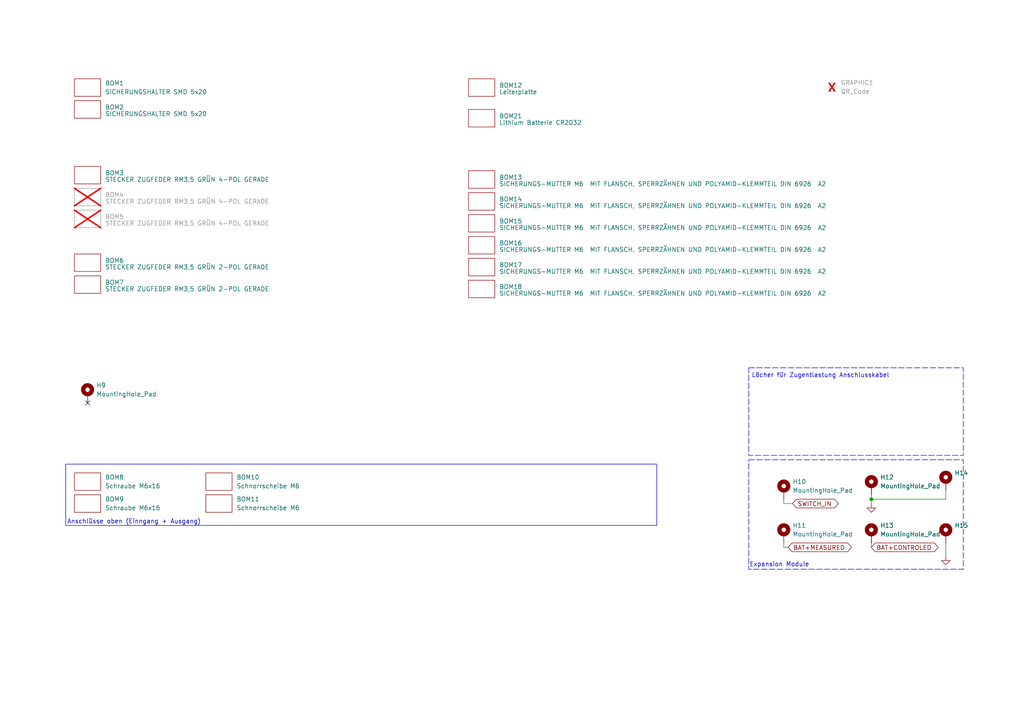
<source format=kicad_sch>
(kicad_sch
	(version 20250114)
	(generator "eeschema")
	(generator_version "9.0")
	(uuid "d2a2d163-13e4-4f1d-aa3d-79667ae6d2fb")
	(paper "A4")
	(lib_symbols
		(symbol "Mechanical:MountingHole_Pad"
			(pin_numbers
				(hide yes)
			)
			(pin_names
				(offset 1.016)
				(hide yes)
			)
			(exclude_from_sim yes)
			(in_bom no)
			(on_board yes)
			(property "Reference" "H"
				(at 0 6.35 0)
				(effects
					(font
						(size 1.27 1.27)
					)
				)
			)
			(property "Value" "MountingHole_Pad"
				(at 0 4.445 0)
				(effects
					(font
						(size 1.27 1.27)
					)
				)
			)
			(property "Footprint" ""
				(at 0 0 0)
				(effects
					(font
						(size 1.27 1.27)
					)
					(hide yes)
				)
			)
			(property "Datasheet" "~"
				(at 0 0 0)
				(effects
					(font
						(size 1.27 1.27)
					)
					(hide yes)
				)
			)
			(property "Description" "Mounting Hole with connection"
				(at 0 0 0)
				(effects
					(font
						(size 1.27 1.27)
					)
					(hide yes)
				)
			)
			(property "ki_keywords" "mounting hole"
				(at 0 0 0)
				(effects
					(font
						(size 1.27 1.27)
					)
					(hide yes)
				)
			)
			(property "ki_fp_filters" "MountingHole*Pad*"
				(at 0 0 0)
				(effects
					(font
						(size 1.27 1.27)
					)
					(hide yes)
				)
			)
			(symbol "MountingHole_Pad_0_1"
				(circle
					(center 0 1.27)
					(radius 1.27)
					(stroke
						(width 1.27)
						(type default)
					)
					(fill
						(type none)
					)
				)
			)
			(symbol "MountingHole_Pad_1_1"
				(pin input line
					(at 0 -2.54 90)
					(length 2.54)
					(name "1"
						(effects
							(font
								(size 1.27 1.27)
							)
						)
					)
					(number "1"
						(effects
							(font
								(size 1.27 1.27)
							)
						)
					)
				)
			)
			(embedded_fonts no)
		)
		(symbol "myBOM_Part:BOM-Part"
			(pin_numbers
				(hide yes)
			)
			(pin_names
				(offset 0)
				(hide yes)
			)
			(exclude_from_sim no)
			(in_bom yes)
			(on_board no)
			(property "Reference" "BOM"
				(at 0 0 0)
				(effects
					(font
						(size 1.27 1.27)
					)
				)
			)
			(property "Value" ""
				(at 0 0 0)
				(effects
					(font
						(size 1.27 1.27)
					)
				)
			)
			(property "Footprint" "myDummy:BOM-Dummy"
				(at 0 0 0)
				(effects
					(font
						(size 1.27 1.27)
					)
					(hide yes)
				)
			)
			(property "Datasheet" ""
				(at 0 0 0)
				(effects
					(font
						(size 1.27 1.27)
					)
					(hide yes)
				)
			)
			(property "Description" ""
				(at 0 0 0)
				(effects
					(font
						(size 1.27 1.27)
					)
					(hide yes)
				)
			)
			(symbol "BOM-Part_0_1"
				(rectangle
					(start -3.81 2.54)
					(end 3.81 -2.54)
					(stroke
						(width 0)
						(type default)
					)
					(fill
						(type none)
					)
				)
			)
			(embedded_fonts no)
		)
		(symbol "myUserSymbol:qrcode"
			(exclude_from_sim no)
			(in_bom yes)
			(on_board yes)
			(property "Reference" "GRAPHIC"
				(at 5.08 1.016 0)
				(effects
					(font
						(size 1.27 1.27)
					)
				)
			)
			(property "Value" "QR_Code"
				(at 5.08 -0.762 0)
				(effects
					(font
						(size 1.27 1.27)
					)
				)
			)
			(property "Footprint" "myQR:qr_PowerPro"
				(at 0 0 0)
				(effects
					(font
						(size 1.27 1.27)
					)
					(hide yes)
				)
			)
			(property "Datasheet" ""
				(at 0 0 0)
				(effects
					(font
						(size 1.27 1.27)
					)
					(hide yes)
				)
			)
			(property "Description" ""
				(at 0 0 0)
				(effects
					(font
						(size 1.27 1.27)
					)
					(hide yes)
				)
			)
			(symbol "qrcode_0_1"
				(rectangle
					(start -0.762 1.27)
					(end 0.762 -1.016)
					(stroke
						(width 0)
						(type default)
					)
					(fill
						(type none)
					)
				)
			)
			(embedded_fonts no)
		)
		(symbol "power:GND"
			(power)
			(pin_numbers
				(hide yes)
			)
			(pin_names
				(offset 0)
				(hide yes)
			)
			(exclude_from_sim no)
			(in_bom yes)
			(on_board yes)
			(property "Reference" "#PWR"
				(at 0 -6.35 0)
				(effects
					(font
						(size 1.27 1.27)
					)
					(hide yes)
				)
			)
			(property "Value" "GND"
				(at 0 -3.81 0)
				(effects
					(font
						(size 1.27 1.27)
					)
				)
			)
			(property "Footprint" ""
				(at 0 0 0)
				(effects
					(font
						(size 1.27 1.27)
					)
					(hide yes)
				)
			)
			(property "Datasheet" ""
				(at 0 0 0)
				(effects
					(font
						(size 1.27 1.27)
					)
					(hide yes)
				)
			)
			(property "Description" "Power symbol creates a global label with name \"GND\" , ground"
				(at 0 0 0)
				(effects
					(font
						(size 1.27 1.27)
					)
					(hide yes)
				)
			)
			(property "ki_keywords" "global power"
				(at 0 0 0)
				(effects
					(font
						(size 1.27 1.27)
					)
					(hide yes)
				)
			)
			(symbol "GND_0_1"
				(polyline
					(pts
						(xy 0 0) (xy 0 -1.27) (xy 1.27 -1.27) (xy 0 -2.54) (xy -1.27 -1.27) (xy 0 -1.27)
					)
					(stroke
						(width 0)
						(type default)
					)
					(fill
						(type none)
					)
				)
			)
			(symbol "GND_1_1"
				(pin power_in line
					(at 0 0 270)
					(length 0)
					(name "~"
						(effects
							(font
								(size 1.27 1.27)
							)
						)
					)
					(number "1"
						(effects
							(font
								(size 1.27 1.27)
							)
						)
					)
				)
			)
			(embedded_fonts no)
		)
	)
	(rectangle
		(start 217.17 133.35)
		(end 279.4 165.1)
		(stroke
			(width 0)
			(type dash)
		)
		(fill
			(type none)
		)
		(uuid 19cbcd4b-2900-44c0-b5eb-e1c8e5fad9b3)
	)
	(rectangle
		(start 19.05 134.62)
		(end 190.5 152.4)
		(stroke
			(width 0)
			(type default)
		)
		(fill
			(type none)
		)
		(uuid 4fc705eb-151b-4c39-b69d-6b073ef0a0af)
	)
	(rectangle
		(start 217.17 106.68)
		(end 279.4 132.08)
		(stroke
			(width 0)
			(type dash)
		)
		(fill
			(type none)
		)
		(uuid 61e250e7-9619-4225-9a96-0ed381a046d7)
	)
	(text "Löcher für Zugentlastung Anschlusskabel"
		(exclude_from_sim no)
		(at 237.998 108.966 0)
		(effects
			(font
				(size 1.27 1.27)
			)
		)
		(uuid "2ae2e78b-53c9-4db3-9d96-5f71fe2ffdd1")
	)
	(text "Expansion Module"
		(exclude_from_sim no)
		(at 226.06 163.83 0)
		(effects
			(font
				(size 1.27 1.27)
			)
		)
		(uuid "6c3b5cdf-4a79-400d-9705-a79c499b5e39")
	)
	(text "Anschlüsse oben (Einngang + Ausgang)"
		(exclude_from_sim no)
		(at 38.862 151.384 0)
		(effects
			(font
				(size 1.27 1.27)
			)
		)
		(uuid "737c89cb-0591-48cb-82c1-b1c9f3ef509b")
	)
	(junction
		(at 252.73 144.78)
		(diameter 0)
		(color 0 0 0 0)
		(uuid "454f0d34-a07e-44b4-8ebc-43cd33c915a1")
	)
	(no_connect
		(at 25.4 116.84)
		(uuid "9245115c-bb1d-4108-a8e3-fbdc234b3f22")
	)
	(wire
		(pts
			(xy 252.73 144.78) (xy 274.32 144.78)
		)
		(stroke
			(width 0)
			(type default)
		)
		(uuid "0078d49e-983c-40c6-b453-eb7277c27513")
	)
	(wire
		(pts
			(xy 252.73 143.51) (xy 252.73 144.78)
		)
		(stroke
			(width 0)
			(type default)
		)
		(uuid "47a48d7d-451b-42ba-a88c-f222fc5bde47")
	)
	(wire
		(pts
			(xy 227.33 158.75) (xy 228.6 158.75)
		)
		(stroke
			(width 0)
			(type default)
		)
		(uuid "4e11d572-97cc-40d8-9dc7-fce15f1c12b0")
	)
	(wire
		(pts
			(xy 274.32 142.24) (xy 274.32 144.78)
		)
		(stroke
			(width 0)
			(type default)
		)
		(uuid "a2a167c2-f9a6-4a80-aa94-493153756674")
	)
	(wire
		(pts
			(xy 252.73 157.48) (xy 252.73 158.75)
		)
		(stroke
			(width 0)
			(type default)
		)
		(uuid "a6e0210b-d913-4b8a-a84c-a3401678e8c3")
	)
	(wire
		(pts
			(xy 227.33 144.78) (xy 227.33 146.05)
		)
		(stroke
			(width 0)
			(type default)
		)
		(uuid "abc2eff4-7019-4ad1-bc0b-dd302e56a76a")
	)
	(wire
		(pts
			(xy 252.73 144.78) (xy 252.73 146.05)
		)
		(stroke
			(width 0)
			(type default)
		)
		(uuid "c7932869-de71-445a-ba61-b190c9886530")
	)
	(wire
		(pts
			(xy 274.32 157.48) (xy 274.32 161.29)
		)
		(stroke
			(width 0)
			(type default)
		)
		(uuid "e536a4b8-e32d-428d-be0f-a83094752d99")
	)
	(wire
		(pts
			(xy 227.33 157.48) (xy 227.33 158.75)
		)
		(stroke
			(width 0)
			(type default)
		)
		(uuid "f56a4b86-d637-4188-b45e-4104e61cf7a1")
	)
	(wire
		(pts
			(xy 227.33 146.05) (xy 229.87 146.05)
		)
		(stroke
			(width 0)
			(type default)
		)
		(uuid "f592cb13-c7a3-425a-b4b8-bf22fa8fb3e7")
	)
	(global_label "SWITCH_IN"
		(shape bidirectional)
		(at 229.87 146.05 0)
		(fields_autoplaced yes)
		(effects
			(font
				(size 1.27 1.27)
			)
			(justify left)
		)
		(uuid "3d6b7ba3-d73a-4b59-bffa-e6c1a2376993")
		(property "Intersheetrefs" "${INTERSHEET_REFS}"
			(at 243.7032 146.05 0)
			(effects
				(font
					(size 1.27 1.27)
				)
				(justify left)
				(hide yes)
			)
		)
	)
	(global_label "BAT+CONTROLED"
		(shape bidirectional)
		(at 252.73 158.75 0)
		(fields_autoplaced yes)
		(effects
			(font
				(size 1.27 1.27)
			)
			(justify left)
		)
		(uuid "5cf974c7-9651-4fbf-9a3e-827d0d665053")
		(property "Intersheetrefs" "${INTERSHEET_REFS}"
			(at 272.6713 158.75 0)
			(effects
				(font
					(size 1.27 1.27)
				)
				(justify left)
				(hide yes)
			)
		)
	)
	(global_label "BAT+MEASURED"
		(shape bidirectional)
		(at 228.6 158.75 0)
		(fields_autoplaced yes)
		(effects
			(font
				(size 1.27 1.27)
			)
			(justify left)
		)
		(uuid "e94b6d2d-eb85-48c6-9f55-c351cd225aaa")
		(property "Intersheetrefs" "${INTERSHEET_REFS}"
			(at 247.5131 158.75 0)
			(effects
				(font
					(size 1.27 1.27)
				)
				(justify left)
				(hide yes)
			)
		)
	)
	(symbol
		(lib_id "myBOM_Part:BOM-Part")
		(at 139.7 83.82 0)
		(unit 1)
		(exclude_from_sim no)
		(in_bom yes)
		(on_board yes)
		(dnp no)
		(fields_autoplaced yes)
		(uuid "07c0d608-d512-420d-87f3-1f9d7547a3f1")
		(property "Reference" "BOM18"
			(at 144.78 83.1849 0)
			(effects
				(font
					(size 1.27 1.27)
				)
				(justify left)
			)
		)
		(property "Value" "SICHERUNGS-MUTTER M6  MIT FLANSCH, SPERRZÄHNEN UND POLYAMID-KLEMMTEIL DIN 6926  A2"
			(at 144.78 85.09 0)
			(effects
				(font
					(size 1.27 1.27)
				)
				(justify left)
			)
		)
		(property "Footprint" "myBOM:BOM_PART_2x2mm"
			(at 139.7 83.82 0)
			(effects
				(font
					(size 1.27 1.27)
				)
				(hide yes)
			)
		)
		(property "Datasheet" ""
			(at 139.7 83.82 0)
			(effects
				(font
					(size 1.27 1.27)
				)
				(hide yes)
			)
		)
		(property "Description" "SICHERUNGS-MUTTER M6  MIT FLANSCH, SPERRZÄHNEN UND POLYAMID-KLEMMTEIL DIN 6926  A2"
			(at 139.7 83.82 0)
			(effects
				(font
					(size 1.27 1.27)
				)
				(hide yes)
			)
		)
		(property "ECS Art#" "M601"
			(at 139.7 83.82 0)
			(effects
				(font
					(size 1.27 1.27)
				)
				(hide yes)
			)
		)
		(property "HAN" "UNBEKANNT/VERSCHIEDEN"
			(at 139.7 83.82 0)
			(effects
				(font
					(size 1.27 1.27)
				)
				(hide yes)
			)
		)
		(property "Voltage" ""
			(at 139.7 83.82 0)
			(effects
				(font
					(size 1.27 1.27)
				)
				(hide yes)
			)
		)
		(property "Toleranz" ""
			(at 139.7 83.82 0)
			(effects
				(font
					(size 1.27 1.27)
				)
				(hide yes)
			)
		)
		(property "Hersteller" "UNBEKANNT/VERSCHIEDEN"
			(at 139.7 83.82 0)
			(effects
				(font
					(size 1.27 1.27)
				)
				(hide yes)
			)
		)
		(instances
			(project "smartPro"
				(path "/bf1f8167-8e29-49cc-a467-dd9cc2c77246/4875905e-d35e-4049-a6aa-c7869d81fd32"
					(reference "BOM18")
					(unit 1)
				)
			)
		)
	)
	(symbol
		(lib_id "Mechanical:MountingHole_Pad")
		(at 252.73 154.94 0)
		(unit 1)
		(exclude_from_sim yes)
		(in_bom no)
		(on_board yes)
		(dnp no)
		(fields_autoplaced yes)
		(uuid "2502056f-8c4a-4ddd-993b-3ef96ce9a768")
		(property "Reference" "H13"
			(at 255.27 152.3999 0)
			(effects
				(font
					(size 1.27 1.27)
				)
				(justify left)
			)
		)
		(property "Value" "MountingHole_Pad"
			(at 255.27 154.9399 0)
			(effects
				(font
					(size 1.27 1.27)
				)
				(justify left)
			)
		)
		(property "Footprint" "MountingHole:MountingHole_3.2mm_M3_DIN965_Pad"
			(at 252.73 154.94 0)
			(effects
				(font
					(size 1.27 1.27)
				)
				(hide yes)
			)
		)
		(property "Datasheet" "~"
			(at 252.73 154.94 0)
			(effects
				(font
					(size 1.27 1.27)
				)
				(hide yes)
			)
		)
		(property "Description" "Mounting Hole with connection"
			(at 252.73 154.94 0)
			(effects
				(font
					(size 1.27 1.27)
				)
				(hide yes)
			)
		)
		(pin "1"
			(uuid "9d30b5b2-c1c1-4513-9a90-ed04021f002d")
		)
		(instances
			(project "smartPro"
				(path "/bf1f8167-8e29-49cc-a467-dd9cc2c77246/4875905e-d35e-4049-a6aa-c7869d81fd32"
					(reference "H13")
					(unit 1)
				)
			)
		)
	)
	(symbol
		(lib_id "myBOM_Part:BOM-Part")
		(at 63.5 139.7 0)
		(unit 1)
		(exclude_from_sim no)
		(in_bom yes)
		(on_board yes)
		(dnp no)
		(fields_autoplaced yes)
		(uuid "32477daf-5902-4d7c-bccf-cfd7a440cadd")
		(property "Reference" "BOM10"
			(at 68.58 138.4299 0)
			(effects
				(font
					(size 1.27 1.27)
				)
				(justify left)
			)
		)
		(property "Value" "Schnorrscheibe M6"
			(at 68.58 140.9699 0)
			(effects
				(font
					(size 1.27 1.27)
				)
				(justify left)
			)
		)
		(property "Footprint" "myBOM:BOM_PART_2x2mm"
			(at 63.5 139.7 0)
			(effects
				(font
					(size 1.27 1.27)
				)
				(hide yes)
			)
		)
		(property "Datasheet" ""
			(at 63.5 139.7 0)
			(effects
				(font
					(size 1.27 1.27)
				)
				(hide yes)
			)
		)
		(property "Description" "SCHNORR SICHERUNGSSCHEIBEN FORM S (Standard) S6 A2"
			(at 63.5 139.7 0)
			(effects
				(font
					(size 1.27 1.27)
				)
				(hide yes)
			)
		)
		(property "HAN" "417 900"
			(at 63.5 139.7 0)
			(effects
				(font
					(size 1.27 1.27)
				)
				(hide yes)
			)
		)
		(property "ECS Art#" "M414"
			(at 63.5 139.7 0)
			(effects
				(font
					(size 1.27 1.27)
				)
				(hide yes)
			)
		)
		(property "Hersteller" "Schnorr"
			(at 63.5 139.7 0)
			(effects
				(font
					(size 1.27 1.27)
				)
				(hide yes)
			)
		)
		(property "Voltage" ""
			(at 63.5 139.7 0)
			(effects
				(font
					(size 1.27 1.27)
				)
				(hide yes)
			)
		)
		(property "Toleranz" ""
			(at 63.5 139.7 0)
			(effects
				(font
					(size 1.27 1.27)
				)
				(hide yes)
			)
		)
		(instances
			(project "smartPro"
				(path "/bf1f8167-8e29-49cc-a467-dd9cc2c77246/4875905e-d35e-4049-a6aa-c7869d81fd32"
					(reference "BOM10")
					(unit 1)
				)
			)
		)
	)
	(symbol
		(lib_id "myBOM_Part:BOM-Part")
		(at 139.7 64.77 0)
		(unit 1)
		(exclude_from_sim no)
		(in_bom yes)
		(on_board yes)
		(dnp no)
		(fields_autoplaced yes)
		(uuid "34200ca7-24e4-4c21-baf7-9aa64778258b")
		(property "Reference" "BOM15"
			(at 144.78 64.1349 0)
			(effects
				(font
					(size 1.27 1.27)
				)
				(justify left)
			)
		)
		(property "Value" "SICHERUNGS-MUTTER M6  MIT FLANSCH, SPERRZÄHNEN UND POLYAMID-KLEMMTEIL DIN 6926  A2"
			(at 144.78 66.04 0)
			(effects
				(font
					(size 1.27 1.27)
				)
				(justify left)
			)
		)
		(property "Footprint" "myBOM:BOM_PART_2x2mm"
			(at 139.7 64.77 0)
			(effects
				(font
					(size 1.27 1.27)
				)
				(hide yes)
			)
		)
		(property "Datasheet" ""
			(at 139.7 64.77 0)
			(effects
				(font
					(size 1.27 1.27)
				)
				(hide yes)
			)
		)
		(property "Description" "SICHERUNGS-MUTTER M6  MIT FLANSCH, SPERRZÄHNEN UND POLYAMID-KLEMMTEIL DIN 6926  A2"
			(at 139.7 64.77 0)
			(effects
				(font
					(size 1.27 1.27)
				)
				(hide yes)
			)
		)
		(property "ECS Art#" "M601"
			(at 139.7 64.77 0)
			(effects
				(font
					(size 1.27 1.27)
				)
				(hide yes)
			)
		)
		(property "HAN" "UNBEKANNT/VERSCHIEDEN"
			(at 139.7 64.77 0)
			(effects
				(font
					(size 1.27 1.27)
				)
				(hide yes)
			)
		)
		(property "Voltage" ""
			(at 139.7 64.77 0)
			(effects
				(font
					(size 1.27 1.27)
				)
				(hide yes)
			)
		)
		(property "Toleranz" ""
			(at 139.7 64.77 0)
			(effects
				(font
					(size 1.27 1.27)
				)
				(hide yes)
			)
		)
		(property "Hersteller" "UNBEKANNT/VERSCHIEDEN"
			(at 139.7 64.77 0)
			(effects
				(font
					(size 1.27 1.27)
				)
				(hide yes)
			)
		)
		(instances
			(project "smartPro"
				(path "/bf1f8167-8e29-49cc-a467-dd9cc2c77246/4875905e-d35e-4049-a6aa-c7869d81fd32"
					(reference "BOM15")
					(unit 1)
				)
			)
		)
	)
	(symbol
		(lib_id "myBOM_Part:BOM-Part")
		(at 25.4 50.8 0)
		(unit 1)
		(exclude_from_sim no)
		(in_bom yes)
		(on_board yes)
		(dnp no)
		(fields_autoplaced yes)
		(uuid "3b1edae6-9a49-468b-9575-917881cfa914")
		(property "Reference" "BOM3"
			(at 30.48 50.1649 0)
			(effects
				(font
					(size 1.27 1.27)
				)
				(justify left)
			)
		)
		(property "Value" "STECKER ZUGFEDER RM3,5 GRÜN 4-POL GERADE"
			(at 30.48 52.07 0)
			(effects
				(font
					(size 1.27 1.27)
				)
				(justify left)
			)
		)
		(property "Footprint" "myBOM:BOM_PART_2x2mm"
			(at 25.4 50.8 0)
			(effects
				(font
					(size 1.27 1.27)
				)
				(hide yes)
			)
		)
		(property "Datasheet" "https://www.lcsc.com/datasheet/lcsc_datasheet_2111222030_Cixi-Kefa-Elec-KF2EDGKN-3-5-4P_C2923001.pdf"
			(at 25.4 50.8 0)
			(effects
				(font
					(size 1.27 1.27)
				)
				(hide yes)
			)
		)
		(property "Description" "STECKER ZUGFEDER RM3,5 GRÜN 4-POL GERADE"
			(at 25.4 50.8 0)
			(effects
				(font
					(size 1.27 1.27)
				)
				(hide yes)
			)
		)
		(property "ECS Art#" "CON592"
			(at 25.4 50.8 0)
			(effects
				(font
					(size 1.27 1.27)
				)
				(hide yes)
			)
		)
		(property "HAN" "KF2EDGKN-3.5-4P"
			(at 25.4 50.8 0)
			(effects
				(font
					(size 1.27 1.27)
				)
				(hide yes)
			)
		)
		(property "Voltage" ""
			(at 25.4 50.8 0)
			(effects
				(font
					(size 1.27 1.27)
				)
				(hide yes)
			)
		)
		(property "Toleranz" ""
			(at 25.4 50.8 0)
			(effects
				(font
					(size 1.27 1.27)
				)
				(hide yes)
			)
		)
		(property "Hersteller" "Cici"
			(at 25.4 50.8 0)
			(effects
				(font
					(size 1.27 1.27)
				)
				(hide yes)
			)
		)
		(instances
			(project "greenSmartSwitch"
				(path "/bf1f8167-8e29-49cc-a467-dd9cc2c77246/4875905e-d35e-4049-a6aa-c7869d81fd32"
					(reference "BOM3")
					(unit 1)
				)
			)
		)
	)
	(symbol
		(lib_id "myUserSymbol:qrcode")
		(at 241.3 25.4 0)
		(unit 1)
		(exclude_from_sim no)
		(in_bom no)
		(on_board yes)
		(dnp yes)
		(fields_autoplaced yes)
		(uuid "3bd154cd-1a86-44b1-84d1-fd9215abcf7a")
		(property "Reference" "GRAPHIC1"
			(at 243.84 24.0029 0)
			(effects
				(font
					(size 1.27 1.27)
				)
				(justify left)
			)
		)
		(property "Value" "QR_Code"
			(at 243.84 26.5429 0)
			(effects
				(font
					(size 1.27 1.27)
				)
				(justify left)
			)
		)
		(property "Footprint" "myQR:qr_SmartPro"
			(at 241.3 25.4 0)
			(effects
				(font
					(size 1.27 1.27)
				)
				(hide yes)
			)
		)
		(property "Datasheet" ""
			(at 241.3 25.4 0)
			(effects
				(font
					(size 1.27 1.27)
				)
				(hide yes)
			)
		)
		(property "Description" "QR CODE"
			(at 241.3 25.4 0)
			(effects
				(font
					(size 1.27 1.27)
				)
				(hide yes)
			)
		)
		(property "ECS Art#" ""
			(at 241.3 25.4 0)
			(effects
				(font
					(size 1.27 1.27)
				)
				(hide yes)
			)
		)
		(property "HAN" ""
			(at 241.3 25.4 0)
			(effects
				(font
					(size 1.27 1.27)
				)
				(hide yes)
			)
		)
		(property "Voltage" ""
			(at 241.3 25.4 0)
			(effects
				(font
					(size 1.27 1.27)
				)
				(hide yes)
			)
		)
		(property "Toleranz" ""
			(at 241.3 25.4 0)
			(effects
				(font
					(size 1.27 1.27)
				)
				(hide yes)
			)
		)
		(property "Hersteller" ""
			(at 241.3 25.4 0)
			(effects
				(font
					(size 1.27 1.27)
				)
				(hide yes)
			)
		)
		(instances
			(project "smartPro"
				(path "/bf1f8167-8e29-49cc-a467-dd9cc2c77246/4875905e-d35e-4049-a6aa-c7869d81fd32"
					(reference "GRAPHIC1")
					(unit 1)
				)
			)
		)
	)
	(symbol
		(lib_id "myBOM_Part:BOM-Part")
		(at 63.5 146.05 0)
		(unit 1)
		(exclude_from_sim no)
		(in_bom yes)
		(on_board yes)
		(dnp no)
		(fields_autoplaced yes)
		(uuid "42794795-c5ab-4dbf-b5e7-f92d0b23f75f")
		(property "Reference" "BOM11"
			(at 68.58 144.7799 0)
			(effects
				(font
					(size 1.27 1.27)
				)
				(justify left)
			)
		)
		(property "Value" "Schnorrscheibe M6"
			(at 68.58 147.3199 0)
			(effects
				(font
					(size 1.27 1.27)
				)
				(justify left)
			)
		)
		(property "Footprint" "myBOM:BOM_PART_2x2mm"
			(at 63.5 146.05 0)
			(effects
				(font
					(size 1.27 1.27)
				)
				(hide yes)
			)
		)
		(property "Datasheet" ""
			(at 63.5 146.05 0)
			(effects
				(font
					(size 1.27 1.27)
				)
				(hide yes)
			)
		)
		(property "Description" "SCHNORR SICHERUNGSSCHEIBEN FORM S (Standard) S6 A2"
			(at 63.5 146.05 0)
			(effects
				(font
					(size 1.27 1.27)
				)
				(hide yes)
			)
		)
		(property "HAN" "417 900"
			(at 63.5 146.05 0)
			(effects
				(font
					(size 1.27 1.27)
				)
				(hide yes)
			)
		)
		(property "ECS Art#" "M414"
			(at 63.5 146.05 0)
			(effects
				(font
					(size 1.27 1.27)
				)
				(hide yes)
			)
		)
		(property "Hersteller" "Schnorr"
			(at 63.5 146.05 0)
			(effects
				(font
					(size 1.27 1.27)
				)
				(hide yes)
			)
		)
		(property "Voltage" ""
			(at 63.5 146.05 0)
			(effects
				(font
					(size 1.27 1.27)
				)
				(hide yes)
			)
		)
		(property "Toleranz" ""
			(at 63.5 146.05 0)
			(effects
				(font
					(size 1.27 1.27)
				)
				(hide yes)
			)
		)
		(instances
			(project "smartPro"
				(path "/bf1f8167-8e29-49cc-a467-dd9cc2c77246/4875905e-d35e-4049-a6aa-c7869d81fd32"
					(reference "BOM11")
					(unit 1)
				)
			)
		)
	)
	(symbol
		(lib_id "myBOM_Part:BOM-Part")
		(at 139.7 71.12 0)
		(unit 1)
		(exclude_from_sim no)
		(in_bom yes)
		(on_board yes)
		(dnp no)
		(fields_autoplaced yes)
		(uuid "46da6a53-8e8f-4423-93b1-b65682c7fd58")
		(property "Reference" "BOM16"
			(at 144.78 70.4849 0)
			(effects
				(font
					(size 1.27 1.27)
				)
				(justify left)
			)
		)
		(property "Value" "SICHERUNGS-MUTTER M6  MIT FLANSCH, SPERRZÄHNEN UND POLYAMID-KLEMMTEIL DIN 6926  A2"
			(at 144.78 72.39 0)
			(effects
				(font
					(size 1.27 1.27)
				)
				(justify left)
			)
		)
		(property "Footprint" "myBOM:BOM_PART_2x2mm"
			(at 139.7 71.12 0)
			(effects
				(font
					(size 1.27 1.27)
				)
				(hide yes)
			)
		)
		(property "Datasheet" ""
			(at 139.7 71.12 0)
			(effects
				(font
					(size 1.27 1.27)
				)
				(hide yes)
			)
		)
		(property "Description" "SICHERUNGS-MUTTER M6  MIT FLANSCH, SPERRZÄHNEN UND POLYAMID-KLEMMTEIL DIN 6926  A2"
			(at 139.7 71.12 0)
			(effects
				(font
					(size 1.27 1.27)
				)
				(hide yes)
			)
		)
		(property "ECS Art#" "M601"
			(at 139.7 71.12 0)
			(effects
				(font
					(size 1.27 1.27)
				)
				(hide yes)
			)
		)
		(property "HAN" "UNBEKANNT/VERSCHIEDEN"
			(at 139.7 71.12 0)
			(effects
				(font
					(size 1.27 1.27)
				)
				(hide yes)
			)
		)
		(property "Voltage" ""
			(at 139.7 71.12 0)
			(effects
				(font
					(size 1.27 1.27)
				)
				(hide yes)
			)
		)
		(property "Toleranz" ""
			(at 139.7 71.12 0)
			(effects
				(font
					(size 1.27 1.27)
				)
				(hide yes)
			)
		)
		(property "Hersteller" "UNBEKANNT/VERSCHIEDEN"
			(at 139.7 71.12 0)
			(effects
				(font
					(size 1.27 1.27)
				)
				(hide yes)
			)
		)
		(instances
			(project "smartPro"
				(path "/bf1f8167-8e29-49cc-a467-dd9cc2c77246/4875905e-d35e-4049-a6aa-c7869d81fd32"
					(reference "BOM16")
					(unit 1)
				)
			)
		)
	)
	(symbol
		(lib_id "myBOM_Part:BOM-Part")
		(at 25.4 139.7 0)
		(unit 1)
		(exclude_from_sim no)
		(in_bom yes)
		(on_board yes)
		(dnp no)
		(fields_autoplaced yes)
		(uuid "47456b90-a0d1-4f7b-b80f-8d04aaa02532")
		(property "Reference" "BOM8"
			(at 30.48 138.4299 0)
			(effects
				(font
					(size 1.27 1.27)
				)
				(justify left)
			)
		)
		(property "Value" "Schraube M6x16"
			(at 30.48 140.9699 0)
			(effects
				(font
					(size 1.27 1.27)
				)
				(justify left)
			)
		)
		(property "Footprint" "myBOM:BOM_PART_2x2mm"
			(at 25.4 139.7 0)
			(effects
				(font
					(size 1.27 1.27)
				)
				(hide yes)
			)
		)
		(property "Datasheet" ""
			(at 25.4 139.7 0)
			(effects
				(font
					(size 1.27 1.27)
				)
				(hide yes)
			)
		)
		(property "Description" "Sechskantschraube / M6 x 16 / A2 / DIN 933"
			(at 25.4 139.7 0)
			(effects
				(font
					(size 1.27 1.27)
				)
				(hide yes)
			)
		)
		(property "HAN" "UNBEKANNT/VERSCHIEDEN"
			(at 25.4 139.7 0)
			(effects
				(font
					(size 1.27 1.27)
				)
				(hide yes)
			)
		)
		(property "ECS Art#" "M430"
			(at 25.4 139.7 0)
			(effects
				(font
					(size 1.27 1.27)
				)
				(hide yes)
			)
		)
		(property "Hersteller" "UNBEKANNT/VERSCHIEDEN"
			(at 25.4 139.7 0)
			(effects
				(font
					(size 1.27 1.27)
				)
				(hide yes)
			)
		)
		(property "Voltage" ""
			(at 25.4 139.7 0)
			(effects
				(font
					(size 1.27 1.27)
				)
				(hide yes)
			)
		)
		(property "Toleranz" ""
			(at 25.4 139.7 0)
			(effects
				(font
					(size 1.27 1.27)
				)
				(hide yes)
			)
		)
		(instances
			(project "smartPro"
				(path "/bf1f8167-8e29-49cc-a467-dd9cc2c77246/4875905e-d35e-4049-a6aa-c7869d81fd32"
					(reference "BOM8")
					(unit 1)
				)
			)
		)
	)
	(symbol
		(lib_id "myBOM_Part:BOM-Part")
		(at 139.7 25.4 0)
		(unit 1)
		(exclude_from_sim no)
		(in_bom yes)
		(on_board yes)
		(dnp no)
		(fields_autoplaced yes)
		(uuid "4b9b21af-a34a-4336-aa7c-8aa0c8a915e5")
		(property "Reference" "BOM12"
			(at 144.78 24.7649 0)
			(effects
				(font
					(size 1.27 1.27)
				)
				(justify left)
			)
		)
		(property "Value" "Leiterplatte"
			(at 144.78 26.67 0)
			(effects
				(font
					(size 1.27 1.27)
				)
				(justify left)
			)
		)
		(property "Footprint" "myBOM:BOM_PART_2x2mm"
			(at 139.7 25.4 0)
			(effects
				(font
					(size 1.27 1.27)
				)
				(hide yes)
			)
		)
		(property "Datasheet" ""
			(at 139.7 25.4 0)
			(effects
				(font
					(size 1.27 1.27)
				)
				(hide yes)
			)
		)
		(property "Description" "ECS_SMART_SWITCH_LP"
			(at 139.7 25.4 0)
			(effects
				(font
					(size 1.27 1.27)
				)
				(hide yes)
			)
		)
		(property "ECS Art#" "PT090"
			(at 139.7 25.4 0)
			(effects
				(font
					(size 1.27 1.27)
				)
				(hide yes)
			)
		)
		(property "HAN" "SmartPro-115"
			(at 139.7 25.4 0)
			(effects
				(font
					(size 1.27 1.27)
				)
				(hide yes)
			)
		)
		(property "Voltage" ""
			(at 139.7 25.4 0)
			(effects
				(font
					(size 1.27 1.27)
				)
				(hide yes)
			)
		)
		(property "Toleranz" ""
			(at 139.7 25.4 0)
			(effects
				(font
					(size 1.27 1.27)
				)
				(hide yes)
			)
		)
		(property "Hersteller" "JLC"
			(at 139.7 25.4 0)
			(effects
				(font
					(size 1.27 1.27)
				)
				(hide yes)
			)
		)
		(instances
			(project "greenSmartSwitch"
				(path "/bf1f8167-8e29-49cc-a467-dd9cc2c77246/4875905e-d35e-4049-a6aa-c7869d81fd32"
					(reference "BOM12")
					(unit 1)
				)
			)
		)
	)
	(symbol
		(lib_id "Mechanical:MountingHole_Pad")
		(at 252.73 140.97 0)
		(unit 1)
		(exclude_from_sim yes)
		(in_bom no)
		(on_board yes)
		(dnp no)
		(fields_autoplaced yes)
		(uuid "4d12b034-eced-4073-8b7c-a391c81b7a7f")
		(property "Reference" "H12"
			(at 255.27 138.4299 0)
			(effects
				(font
					(size 1.27 1.27)
				)
				(justify left)
			)
		)
		(property "Value" "MountingHole_Pad"
			(at 255.27 140.9699 0)
			(effects
				(font
					(size 1.27 1.27)
				)
				(justify left)
			)
		)
		(property "Footprint" "MountingHole:MountingHole_3.2mm_M3_DIN965_Pad"
			(at 252.73 140.97 0)
			(effects
				(font
					(size 1.27 1.27)
				)
				(hide yes)
			)
		)
		(property "Datasheet" "~"
			(at 252.73 140.97 0)
			(effects
				(font
					(size 1.27 1.27)
				)
				(hide yes)
			)
		)
		(property "Description" "Mounting Hole with connection"
			(at 252.73 140.97 0)
			(effects
				(font
					(size 1.27 1.27)
				)
				(hide yes)
			)
		)
		(pin "1"
			(uuid "ebfb7f25-d75d-4e88-875f-c7c54790bce9")
		)
		(instances
			(project "smartPro"
				(path "/bf1f8167-8e29-49cc-a467-dd9cc2c77246/4875905e-d35e-4049-a6aa-c7869d81fd32"
					(reference "H12")
					(unit 1)
				)
			)
		)
	)
	(symbol
		(lib_id "myBOM_Part:BOM-Part")
		(at 25.4 82.55 0)
		(unit 1)
		(exclude_from_sim no)
		(in_bom yes)
		(on_board yes)
		(dnp no)
		(fields_autoplaced yes)
		(uuid "58fe3ecf-53dd-4404-8f11-c664fb5dafd3")
		(property "Reference" "BOM7"
			(at 30.48 81.9149 0)
			(effects
				(font
					(size 1.27 1.27)
				)
				(justify left)
			)
		)
		(property "Value" "STECKER ZUGFEDER RM3,5 GRÜN 2-POL GERADE"
			(at 30.48 83.82 0)
			(effects
				(font
					(size 1.27 1.27)
				)
				(justify left)
			)
		)
		(property "Footprint" "myBOM:BOM_PART_2x2mm"
			(at 25.4 82.55 0)
			(effects
				(font
					(size 1.27 1.27)
				)
				(hide yes)
			)
		)
		(property "Datasheet" "https://www.lcsc.com/datasheet/lcsc_datasheet_2111222030_Cixi-Kefa-Elec-KF2EDGKN-3-5-2P_C2922999.pdf"
			(at 25.4 82.55 0)
			(effects
				(font
					(size 1.27 1.27)
				)
				(hide yes)
			)
		)
		(property "Description" "STECKER ZUGFEDER RM3,5 GRÜN 2-POL GERADE"
			(at 25.4 82.55 0)
			(effects
				(font
					(size 1.27 1.27)
				)
				(hide yes)
			)
		)
		(property "ECS Art#" "CON181"
			(at 25.4 82.55 0)
			(effects
				(font
					(size 1.27 1.27)
				)
				(hide yes)
			)
		)
		(property "HAN" "KF2EDGKN-3.5-2P"
			(at 25.4 82.55 0)
			(effects
				(font
					(size 1.27 1.27)
				)
				(hide yes)
			)
		)
		(property "Voltage" ""
			(at 25.4 82.55 0)
			(effects
				(font
					(size 1.27 1.27)
				)
				(hide yes)
			)
		)
		(property "Toleranz" ""
			(at 25.4 82.55 0)
			(effects
				(font
					(size 1.27 1.27)
				)
				(hide yes)
			)
		)
		(property "Hersteller" "Cici"
			(at 25.4 82.55 0)
			(effects
				(font
					(size 1.27 1.27)
				)
				(hide yes)
			)
		)
		(instances
			(project "smartPro"
				(path "/bf1f8167-8e29-49cc-a467-dd9cc2c77246/4875905e-d35e-4049-a6aa-c7869d81fd32"
					(reference "BOM7")
					(unit 1)
				)
			)
		)
	)
	(symbol
		(lib_id "myBOM_Part:BOM-Part")
		(at 139.7 52.07 0)
		(unit 1)
		(exclude_from_sim no)
		(in_bom yes)
		(on_board yes)
		(dnp no)
		(fields_autoplaced yes)
		(uuid "5f9126a2-02d5-448c-ada2-9bc46a111da9")
		(property "Reference" "BOM13"
			(at 144.78 51.4349 0)
			(effects
				(font
					(size 1.27 1.27)
				)
				(justify left)
			)
		)
		(property "Value" "SICHERUNGS-MUTTER M6  MIT FLANSCH, SPERRZÄHNEN UND POLYAMID-KLEMMTEIL DIN 6926  A2"
			(at 144.78 53.34 0)
			(effects
				(font
					(size 1.27 1.27)
				)
				(justify left)
			)
		)
		(property "Footprint" "myBOM:BOM_PART_2x2mm"
			(at 139.7 52.07 0)
			(effects
				(font
					(size 1.27 1.27)
				)
				(hide yes)
			)
		)
		(property "Datasheet" ""
			(at 139.7 52.07 0)
			(effects
				(font
					(size 1.27 1.27)
				)
				(hide yes)
			)
		)
		(property "Description" "SICHERUNGS-MUTTER M6  MIT FLANSCH, SPERRZÄHNEN UND POLYAMID-KLEMMTEIL DIN 6926  A2"
			(at 139.7 52.07 0)
			(effects
				(font
					(size 1.27 1.27)
				)
				(hide yes)
			)
		)
		(property "ECS Art#" "M601"
			(at 139.7 52.07 0)
			(effects
				(font
					(size 1.27 1.27)
				)
				(hide yes)
			)
		)
		(property "HAN" "UNBEKANNT/VERSCHIEDEN"
			(at 139.7 52.07 0)
			(effects
				(font
					(size 1.27 1.27)
				)
				(hide yes)
			)
		)
		(property "Voltage" ""
			(at 139.7 52.07 0)
			(effects
				(font
					(size 1.27 1.27)
				)
				(hide yes)
			)
		)
		(property "Toleranz" ""
			(at 139.7 52.07 0)
			(effects
				(font
					(size 1.27 1.27)
				)
				(hide yes)
			)
		)
		(property "Hersteller" "UNBEKANNT/VERSCHIEDEN"
			(at 139.7 52.07 0)
			(effects
				(font
					(size 1.27 1.27)
				)
				(hide yes)
			)
		)
		(instances
			(project "smartPro"
				(path "/bf1f8167-8e29-49cc-a467-dd9cc2c77246/4875905e-d35e-4049-a6aa-c7869d81fd32"
					(reference "BOM13")
					(unit 1)
				)
			)
		)
	)
	(symbol
		(lib_id "Mechanical:MountingHole_Pad")
		(at 25.4 114.3 0)
		(unit 1)
		(exclude_from_sim yes)
		(in_bom no)
		(on_board yes)
		(dnp no)
		(fields_autoplaced yes)
		(uuid "64eab666-6449-4ddc-b6ea-8ddf6dce9762")
		(property "Reference" "H9"
			(at 27.94 111.7599 0)
			(effects
				(font
					(size 1.27 1.27)
				)
				(justify left)
			)
		)
		(property "Value" "MountingHole_Pad"
			(at 27.94 114.2999 0)
			(effects
				(font
					(size 1.27 1.27)
				)
				(justify left)
			)
		)
		(property "Footprint" "MountingHole:MountingHole_4.3mm_M4_DIN965_Pad"
			(at 25.4 114.3 0)
			(effects
				(font
					(size 1.27 1.27)
				)
				(hide yes)
			)
		)
		(property "Datasheet" "~"
			(at 25.4 114.3 0)
			(effects
				(font
					(size 1.27 1.27)
				)
				(hide yes)
			)
		)
		(property "Description" "Mounting Hole with connection"
			(at 25.4 114.3 0)
			(effects
				(font
					(size 1.27 1.27)
				)
				(hide yes)
			)
		)
		(pin "1"
			(uuid "ac44c1fc-a127-40ef-8928-2623fe9de048")
		)
		(instances
			(project "smartPro"
				(path "/bf1f8167-8e29-49cc-a467-dd9cc2c77246/4875905e-d35e-4049-a6aa-c7869d81fd32"
					(reference "H9")
					(unit 1)
				)
			)
		)
	)
	(symbol
		(lib_id "Mechanical:MountingHole_Pad")
		(at 274.32 139.7 0)
		(unit 1)
		(exclude_from_sim yes)
		(in_bom no)
		(on_board yes)
		(dnp no)
		(fields_autoplaced yes)
		(uuid "72c754af-daa5-43bb-b36c-3f79469c181e")
		(property "Reference" "H14"
			(at 276.86 137.1599 0)
			(effects
				(font
					(size 1.27 1.27)
				)
				(justify left)
			)
		)
		(property "Value" "MountingHole_Pad"
			(at 276.86 139.6999 0)
			(effects
				(font
					(size 1.27 1.27)
				)
				(justify left)
				(hide yes)
			)
		)
		(property "Footprint" "MountingHole:MountingHole_3.2mm_M3_DIN965_Pad"
			(at 274.32 139.7 0)
			(effects
				(font
					(size 1.27 1.27)
				)
				(hide yes)
			)
		)
		(property "Datasheet" "~"
			(at 274.32 139.7 0)
			(effects
				(font
					(size 1.27 1.27)
				)
				(hide yes)
			)
		)
		(property "Description" "Mounting Hole with connection"
			(at 274.32 139.7 0)
			(effects
				(font
					(size 1.27 1.27)
				)
				(hide yes)
			)
		)
		(pin "1"
			(uuid "ce4fc137-9b0f-4326-9b03-36b8e50856c3")
		)
		(instances
			(project "smartPro"
				(path "/bf1f8167-8e29-49cc-a467-dd9cc2c77246/4875905e-d35e-4049-a6aa-c7869d81fd32"
					(reference "H14")
					(unit 1)
				)
			)
		)
	)
	(symbol
		(lib_id "myBOM_Part:BOM-Part")
		(at 25.4 146.05 0)
		(unit 1)
		(exclude_from_sim no)
		(in_bom yes)
		(on_board yes)
		(dnp no)
		(fields_autoplaced yes)
		(uuid "773244bb-a036-4ee1-b4bc-95c51fcfcec4")
		(property "Reference" "BOM9"
			(at 30.48 144.7799 0)
			(effects
				(font
					(size 1.27 1.27)
				)
				(justify left)
			)
		)
		(property "Value" "Schraube M6x16"
			(at 30.48 147.3199 0)
			(effects
				(font
					(size 1.27 1.27)
				)
				(justify left)
			)
		)
		(property "Footprint" "myBOM:BOM_PART_2x2mm"
			(at 25.4 146.05 0)
			(effects
				(font
					(size 1.27 1.27)
				)
				(hide yes)
			)
		)
		(property "Datasheet" ""
			(at 25.4 146.05 0)
			(effects
				(font
					(size 1.27 1.27)
				)
				(hide yes)
			)
		)
		(property "Description" "Sechskantschraube / M6 x 16 / A2 / DIN 933"
			(at 25.4 146.05 0)
			(effects
				(font
					(size 1.27 1.27)
				)
				(hide yes)
			)
		)
		(property "HAN" "UNBEKANNT/VERSCHIEDEN"
			(at 25.4 146.05 0)
			(effects
				(font
					(size 1.27 1.27)
				)
				(hide yes)
			)
		)
		(property "ECS Art#" "M430"
			(at 25.4 146.05 0)
			(effects
				(font
					(size 1.27 1.27)
				)
				(hide yes)
			)
		)
		(property "Hersteller" "UNBEKANNT/VERSCHIEDEN"
			(at 25.4 146.05 0)
			(effects
				(font
					(size 1.27 1.27)
				)
				(hide yes)
			)
		)
		(property "Voltage" ""
			(at 25.4 146.05 0)
			(effects
				(font
					(size 1.27 1.27)
				)
				(hide yes)
			)
		)
		(property "Toleranz" ""
			(at 25.4 146.05 0)
			(effects
				(font
					(size 1.27 1.27)
				)
				(hide yes)
			)
		)
		(instances
			(project "smartPro"
				(path "/bf1f8167-8e29-49cc-a467-dd9cc2c77246/4875905e-d35e-4049-a6aa-c7869d81fd32"
					(reference "BOM9")
					(unit 1)
				)
			)
		)
	)
	(symbol
		(lib_id "Mechanical:MountingHole_Pad")
		(at 227.33 142.24 0)
		(unit 1)
		(exclude_from_sim yes)
		(in_bom no)
		(on_board yes)
		(dnp no)
		(fields_autoplaced yes)
		(uuid "8eeff620-90ec-4713-9390-7bf1e8b66fd8")
		(property "Reference" "H10"
			(at 229.87 139.6999 0)
			(effects
				(font
					(size 1.27 1.27)
				)
				(justify left)
			)
		)
		(property "Value" "MountingHole_Pad"
			(at 229.87 142.2399 0)
			(effects
				(font
					(size 1.27 1.27)
				)
				(justify left)
			)
		)
		(property "Footprint" "MountingHole:MountingHole_3.2mm_M3_DIN965_Pad"
			(at 227.33 142.24 0)
			(effects
				(font
					(size 1.27 1.27)
				)
				(hide yes)
			)
		)
		(property "Datasheet" "~"
			(at 227.33 142.24 0)
			(effects
				(font
					(size 1.27 1.27)
				)
				(hide yes)
			)
		)
		(property "Description" "Mounting Hole with connection"
			(at 227.33 142.24 0)
			(effects
				(font
					(size 1.27 1.27)
				)
				(hide yes)
			)
		)
		(pin "1"
			(uuid "92620c5a-8c3b-484e-acbd-eaea1fabf7b2")
		)
		(instances
			(project "smartPro"
				(path "/bf1f8167-8e29-49cc-a467-dd9cc2c77246/4875905e-d35e-4049-a6aa-c7869d81fd32"
					(reference "H10")
					(unit 1)
				)
			)
		)
	)
	(symbol
		(lib_id "myBOM_Part:BOM-Part")
		(at 139.7 58.42 0)
		(unit 1)
		(exclude_from_sim no)
		(in_bom yes)
		(on_board yes)
		(dnp no)
		(fields_autoplaced yes)
		(uuid "94da1eae-d16a-47f0-9675-3f63c22f6867")
		(property "Reference" "BOM14"
			(at 144.78 57.7849 0)
			(effects
				(font
					(size 1.27 1.27)
				)
				(justify left)
			)
		)
		(property "Value" "SICHERUNGS-MUTTER M6  MIT FLANSCH, SPERRZÄHNEN UND POLYAMID-KLEMMTEIL DIN 6926  A2"
			(at 144.78 59.69 0)
			(effects
				(font
					(size 1.27 1.27)
				)
				(justify left)
			)
		)
		(property "Footprint" "myBOM:BOM_PART_2x2mm"
			(at 139.7 58.42 0)
			(effects
				(font
					(size 1.27 1.27)
				)
				(hide yes)
			)
		)
		(property "Datasheet" ""
			(at 139.7 58.42 0)
			(effects
				(font
					(size 1.27 1.27)
				)
				(hide yes)
			)
		)
		(property "Description" "SICHERUNGS-MUTTER M6  MIT FLANSCH, SPERRZÄHNEN UND POLYAMID-KLEMMTEIL DIN 6926  A2"
			(at 139.7 58.42 0)
			(effects
				(font
					(size 1.27 1.27)
				)
				(hide yes)
			)
		)
		(property "ECS Art#" "M601"
			(at 139.7 58.42 0)
			(effects
				(font
					(size 1.27 1.27)
				)
				(hide yes)
			)
		)
		(property "HAN" "UNBEKANNT/VERSCHIEDEN"
			(at 139.7 58.42 0)
			(effects
				(font
					(size 1.27 1.27)
				)
				(hide yes)
			)
		)
		(property "Voltage" ""
			(at 139.7 58.42 0)
			(effects
				(font
					(size 1.27 1.27)
				)
				(hide yes)
			)
		)
		(property "Toleranz" ""
			(at 139.7 58.42 0)
			(effects
				(font
					(size 1.27 1.27)
				)
				(hide yes)
			)
		)
		(property "Hersteller" "UNBEKANNT/VERSCHIEDEN"
			(at 139.7 58.42 0)
			(effects
				(font
					(size 1.27 1.27)
				)
				(hide yes)
			)
		)
		(instances
			(project "smartPro"
				(path "/bf1f8167-8e29-49cc-a467-dd9cc2c77246/4875905e-d35e-4049-a6aa-c7869d81fd32"
					(reference "BOM14")
					(unit 1)
				)
			)
		)
	)
	(symbol
		(lib_id "myBOM_Part:BOM-Part")
		(at 25.4 31.75 0)
		(unit 1)
		(exclude_from_sim no)
		(in_bom yes)
		(on_board yes)
		(dnp no)
		(fields_autoplaced yes)
		(uuid "9a77df8c-b0c0-4ce7-a108-fd8d16d413f3")
		(property "Reference" "BOM2"
			(at 30.48 31.1149 0)
			(effects
				(font
					(size 1.27 1.27)
				)
				(justify left)
			)
		)
		(property "Value" "SICHERUNGSHALTER SMD 5x20"
			(at 30.48 33.02 0)
			(effects
				(font
					(size 1.27 1.27)
				)
				(justify left)
			)
		)
		(property "Footprint" "myBOM:BOM_PART_2x2mm"
			(at 25.4 31.75 0)
			(effects
				(font
					(size 1.27 1.27)
				)
				(hide yes)
			)
		)
		(property "Datasheet" "https://shopapi.schukat.com/medias/typ-OGN.pdf?context=bWFzdGVyfHBpbWFzc2V0c3w1MDMzMzZ8YXBwbGljYXRpb24vcGRmfGFEYzBMMmhrTWk4eE1EUTNOVFEzTXpRek5qY3dNaTkwZVhCZlQwZE9MbkJrWmd8Mjg4NGY1YzRmZWU5YjM2YzY0MWZmYmZlYmEzOTNkZjk5YzQyYTRmOWZkOWZjZDBiNjZkMmZiM2QzMWY3ODhiNQ&_gl=1*1v30h1u*_gcl_au*NDkwMDc0NzYyLjE3MzU3MjkyODQ."
			(at 25.4 31.75 0)
			(effects
				(font
					(size 1.27 1.27)
				)
				(hide yes)
			)
		)
		(property "Description" ""
			(at 25.4 31.75 0)
			(effects
				(font
					(size 1.27 1.27)
				)
				(hide yes)
			)
		)
		(property "ECS Art#" "EM469"
			(at 25.4 31.75 0)
			(effects
				(font
					(size 1.27 1.27)
				)
				(hide yes)
			)
		)
		(property "HAN" "0031.8221"
			(at 25.4 31.75 0)
			(effects
				(font
					(size 1.27 1.27)
				)
				(hide yes)
			)
		)
		(property "Voltage" ""
			(at 25.4 31.75 0)
			(effects
				(font
					(size 1.27 1.27)
				)
				(hide yes)
			)
		)
		(property "Toleranz" ""
			(at 25.4 31.75 0)
			(effects
				(font
					(size 1.27 1.27)
				)
				(hide yes)
			)
		)
		(property "Hersteller" "Schurter"
			(at 25.4 31.75 0)
			(effects
				(font
					(size 1.27 1.27)
				)
				(hide yes)
			)
		)
		(instances
			(project "greenSmartSwitch"
				(path "/bf1f8167-8e29-49cc-a467-dd9cc2c77246/4875905e-d35e-4049-a6aa-c7869d81fd32"
					(reference "BOM2")
					(unit 1)
				)
			)
		)
	)
	(symbol
		(lib_id "power:GND")
		(at 274.32 161.29 0)
		(unit 1)
		(exclude_from_sim no)
		(in_bom yes)
		(on_board yes)
		(dnp no)
		(fields_autoplaced yes)
		(uuid "a48e841f-716b-4b94-86ce-df5c596cdc03")
		(property "Reference" "#PWR0239"
			(at 274.32 167.64 0)
			(effects
				(font
					(size 1.27 1.27)
				)
				(hide yes)
			)
		)
		(property "Value" "GND"
			(at 274.32 166.37 0)
			(effects
				(font
					(size 1.27 1.27)
				)
				(hide yes)
			)
		)
		(property "Footprint" ""
			(at 274.32 161.29 0)
			(effects
				(font
					(size 1.27 1.27)
				)
				(hide yes)
			)
		)
		(property "Datasheet" ""
			(at 274.32 161.29 0)
			(effects
				(font
					(size 1.27 1.27)
				)
				(hide yes)
			)
		)
		(property "Description" "Power symbol creates a global label with name \"GND\" , ground"
			(at 274.32 161.29 0)
			(effects
				(font
					(size 1.27 1.27)
				)
				(hide yes)
			)
		)
		(pin "1"
			(uuid "2c0525b9-f02d-4fe8-841c-9db358c817bc")
		)
		(instances
			(project "smartPro"
				(path "/bf1f8167-8e29-49cc-a467-dd9cc2c77246/4875905e-d35e-4049-a6aa-c7869d81fd32"
					(reference "#PWR0239")
					(unit 1)
				)
			)
		)
	)
	(symbol
		(lib_id "power:GND")
		(at 252.73 146.05 0)
		(unit 1)
		(exclude_from_sim no)
		(in_bom yes)
		(on_board yes)
		(dnp no)
		(fields_autoplaced yes)
		(uuid "ab30ac2d-84b7-4029-ad54-73bed1968b19")
		(property "Reference" "#PWR0199"
			(at 252.73 152.4 0)
			(effects
				(font
					(size 1.27 1.27)
				)
				(hide yes)
			)
		)
		(property "Value" "GND"
			(at 252.73 151.13 0)
			(effects
				(font
					(size 1.27 1.27)
				)
				(hide yes)
			)
		)
		(property "Footprint" ""
			(at 252.73 146.05 0)
			(effects
				(font
					(size 1.27 1.27)
				)
				(hide yes)
			)
		)
		(property "Datasheet" ""
			(at 252.73 146.05 0)
			(effects
				(font
					(size 1.27 1.27)
				)
				(hide yes)
			)
		)
		(property "Description" "Power symbol creates a global label with name \"GND\" , ground"
			(at 252.73 146.05 0)
			(effects
				(font
					(size 1.27 1.27)
				)
				(hide yes)
			)
		)
		(pin "1"
			(uuid "cb32c36c-9ca1-443e-b1c2-765b7020c431")
		)
		(instances
			(project "smartPro"
				(path "/bf1f8167-8e29-49cc-a467-dd9cc2c77246/4875905e-d35e-4049-a6aa-c7869d81fd32"
					(reference "#PWR0199")
					(unit 1)
				)
			)
		)
	)
	(symbol
		(lib_id "myBOM_Part:BOM-Part")
		(at 25.4 57.15 0)
		(unit 1)
		(exclude_from_sim no)
		(in_bom yes)
		(on_board yes)
		(dnp yes)
		(fields_autoplaced yes)
		(uuid "b9323593-7eaa-4655-b02b-2825538f14c1")
		(property "Reference" "BOM4"
			(at 30.48 56.5149 0)
			(effects
				(font
					(size 1.27 1.27)
				)
				(justify left)
			)
		)
		(property "Value" "STECKER ZUGFEDER RM3,5 GRÜN 4-POL GERADE"
			(at 30.48 58.42 0)
			(effects
				(font
					(size 1.27 1.27)
				)
				(justify left)
			)
		)
		(property "Footprint" "myBOM:BOM_PART_2x2mm"
			(at 25.4 57.15 0)
			(effects
				(font
					(size 1.27 1.27)
				)
				(hide yes)
			)
		)
		(property "Datasheet" "https://www.lcsc.com/datasheet/lcsc_datasheet_2111222030_Cixi-Kefa-Elec-KF2EDGKN-3-5-4P_C2923001.pdf"
			(at 25.4 57.15 0)
			(effects
				(font
					(size 1.27 1.27)
				)
				(hide yes)
			)
		)
		(property "Description" "STECKER ZUGFEDER RM3,5 GRÜN 4-POL GERADE"
			(at 25.4 57.15 0)
			(effects
				(font
					(size 1.27 1.27)
				)
				(hide yes)
			)
		)
		(property "ECS Art#" "CON592"
			(at 25.4 57.15 0)
			(effects
				(font
					(size 1.27 1.27)
				)
				(hide yes)
			)
		)
		(property "HAN" "KF2EDGKN-3.5-4P"
			(at 25.4 57.15 0)
			(effects
				(font
					(size 1.27 1.27)
				)
				(hide yes)
			)
		)
		(property "Voltage" ""
			(at 25.4 57.15 0)
			(effects
				(font
					(size 1.27 1.27)
				)
				(hide yes)
			)
		)
		(property "Toleranz" ""
			(at 25.4 57.15 0)
			(effects
				(font
					(size 1.27 1.27)
				)
				(hide yes)
			)
		)
		(property "Hersteller" "Cici"
			(at 25.4 57.15 0)
			(effects
				(font
					(size 1.27 1.27)
				)
				(hide yes)
			)
		)
		(instances
			(project "greenSmartSwitch"
				(path "/bf1f8167-8e29-49cc-a467-dd9cc2c77246/4875905e-d35e-4049-a6aa-c7869d81fd32"
					(reference "BOM4")
					(unit 1)
				)
			)
		)
	)
	(symbol
		(lib_id "Mechanical:MountingHole_Pad")
		(at 227.33 154.94 0)
		(unit 1)
		(exclude_from_sim yes)
		(in_bom no)
		(on_board yes)
		(dnp no)
		(fields_autoplaced yes)
		(uuid "bd5730d2-f7d2-439d-9afe-f4ffe926ef75")
		(property "Reference" "H11"
			(at 229.87 152.3999 0)
			(effects
				(font
					(size 1.27 1.27)
				)
				(justify left)
			)
		)
		(property "Value" "MountingHole_Pad"
			(at 229.87 154.9399 0)
			(effects
				(font
					(size 1.27 1.27)
				)
				(justify left)
			)
		)
		(property "Footprint" "MountingHole:MountingHole_3.2mm_M3_DIN965_Pad"
			(at 227.33 154.94 0)
			(effects
				(font
					(size 1.27 1.27)
				)
				(hide yes)
			)
		)
		(property "Datasheet" "~"
			(at 227.33 154.94 0)
			(effects
				(font
					(size 1.27 1.27)
				)
				(hide yes)
			)
		)
		(property "Description" "Mounting Hole with connection"
			(at 227.33 154.94 0)
			(effects
				(font
					(size 1.27 1.27)
				)
				(hide yes)
			)
		)
		(pin "1"
			(uuid "d355f4dc-e5be-4b24-a486-eaae39710c0c")
		)
		(instances
			(project "smartPro"
				(path "/bf1f8167-8e29-49cc-a467-dd9cc2c77246/4875905e-d35e-4049-a6aa-c7869d81fd32"
					(reference "H11")
					(unit 1)
				)
			)
		)
	)
	(symbol
		(lib_id "myBOM_Part:BOM-Part")
		(at 139.7 77.47 0)
		(unit 1)
		(exclude_from_sim no)
		(in_bom yes)
		(on_board yes)
		(dnp no)
		(fields_autoplaced yes)
		(uuid "beff4f49-0f9f-4469-aa8f-282424b9e00b")
		(property "Reference" "BOM17"
			(at 144.78 76.8349 0)
			(effects
				(font
					(size 1.27 1.27)
				)
				(justify left)
			)
		)
		(property "Value" "SICHERUNGS-MUTTER M6  MIT FLANSCH, SPERRZÄHNEN UND POLYAMID-KLEMMTEIL DIN 6926  A2"
			(at 144.78 78.74 0)
			(effects
				(font
					(size 1.27 1.27)
				)
				(justify left)
			)
		)
		(property "Footprint" "myBOM:BOM_PART_2x2mm"
			(at 139.7 77.47 0)
			(effects
				(font
					(size 1.27 1.27)
				)
				(hide yes)
			)
		)
		(property "Datasheet" ""
			(at 139.7 77.47 0)
			(effects
				(font
					(size 1.27 1.27)
				)
				(hide yes)
			)
		)
		(property "Description" "SICHERUNGS-MUTTER M6  MIT FLANSCH, SPERRZÄHNEN UND POLYAMID-KLEMMTEIL DIN 6926  A2"
			(at 139.7 77.47 0)
			(effects
				(font
					(size 1.27 1.27)
				)
				(hide yes)
			)
		)
		(property "ECS Art#" "M601"
			(at 139.7 77.47 0)
			(effects
				(font
					(size 1.27 1.27)
				)
				(hide yes)
			)
		)
		(property "HAN" "UNBEKANNT/VERSCHIEDEN"
			(at 139.7 77.47 0)
			(effects
				(font
					(size 1.27 1.27)
				)
				(hide yes)
			)
		)
		(property "Voltage" ""
			(at 139.7 77.47 0)
			(effects
				(font
					(size 1.27 1.27)
				)
				(hide yes)
			)
		)
		(property "Toleranz" ""
			(at 139.7 77.47 0)
			(effects
				(font
					(size 1.27 1.27)
				)
				(hide yes)
			)
		)
		(property "Hersteller" "UNBEKANNT/VERSCHIEDEN"
			(at 139.7 77.47 0)
			(effects
				(font
					(size 1.27 1.27)
				)
				(hide yes)
			)
		)
		(instances
			(project "smartPro"
				(path "/bf1f8167-8e29-49cc-a467-dd9cc2c77246/4875905e-d35e-4049-a6aa-c7869d81fd32"
					(reference "BOM17")
					(unit 1)
				)
			)
		)
	)
	(symbol
		(lib_id "myBOM_Part:BOM-Part")
		(at 25.4 63.5 0)
		(unit 1)
		(exclude_from_sim no)
		(in_bom yes)
		(on_board yes)
		(dnp yes)
		(fields_autoplaced yes)
		(uuid "de01e9d5-c9c5-4266-ae28-85fc98121fa8")
		(property "Reference" "BOM5"
			(at 30.48 62.8649 0)
			(effects
				(font
					(size 1.27 1.27)
				)
				(justify left)
			)
		)
		(property "Value" "STECKER ZUGFEDER RM3,5 GRÜN 4-POL GERADE"
			(at 30.48 64.77 0)
			(effects
				(font
					(size 1.27 1.27)
				)
				(justify left)
			)
		)
		(property "Footprint" "myBOM:BOM_PART_2x2mm"
			(at 25.4 63.5 0)
			(effects
				(font
					(size 1.27 1.27)
				)
				(hide yes)
			)
		)
		(property "Datasheet" "https://www.lcsc.com/datasheet/lcsc_datasheet_2111222030_Cixi-Kefa-Elec-KF2EDGKN-3-5-4P_C2923001.pdf"
			(at 25.4 63.5 0)
			(effects
				(font
					(size 1.27 1.27)
				)
				(hide yes)
			)
		)
		(property "Description" "STECKER ZUGFEDER RM3,5 GRÜN 4-POL GERADE"
			(at 25.4 63.5 0)
			(effects
				(font
					(size 1.27 1.27)
				)
				(hide yes)
			)
		)
		(property "ECS Art#" "CON592"
			(at 25.4 63.5 0)
			(effects
				(font
					(size 1.27 1.27)
				)
				(hide yes)
			)
		)
		(property "HAN" "KF2EDGKN-3.5-4P"
			(at 25.4 63.5 0)
			(effects
				(font
					(size 1.27 1.27)
				)
				(hide yes)
			)
		)
		(property "Voltage" ""
			(at 25.4 63.5 0)
			(effects
				(font
					(size 1.27 1.27)
				)
				(hide yes)
			)
		)
		(property "Toleranz" ""
			(at 25.4 63.5 0)
			(effects
				(font
					(size 1.27 1.27)
				)
				(hide yes)
			)
		)
		(property "Hersteller" "Cici"
			(at 25.4 63.5 0)
			(effects
				(font
					(size 1.27 1.27)
				)
				(hide yes)
			)
		)
		(instances
			(project "greenSmartSwitch"
				(path "/bf1f8167-8e29-49cc-a467-dd9cc2c77246/4875905e-d35e-4049-a6aa-c7869d81fd32"
					(reference "BOM5")
					(unit 1)
				)
			)
		)
	)
	(symbol
		(lib_id "myBOM_Part:BOM-Part")
		(at 25.4 25.4 180)
		(unit 1)
		(exclude_from_sim no)
		(in_bom yes)
		(on_board yes)
		(dnp no)
		(fields_autoplaced yes)
		(uuid "e64363a9-72c2-4668-ae9d-e85af351ba12")
		(property "Reference" "BOM1"
			(at 30.48 24.1299 0)
			(effects
				(font
					(size 1.27 1.27)
				)
				(justify right)
			)
		)
		(property "Value" "SICHERUNGSHALTER SMD 5x20"
			(at 30.48 26.6699 0)
			(effects
				(font
					(size 1.27 1.27)
				)
				(justify right)
			)
		)
		(property "Footprint" "myBOM:BOM_PART_2x2mm"
			(at 25.4 25.4 0)
			(effects
				(font
					(size 1.27 1.27)
				)
				(hide yes)
			)
		)
		(property "Datasheet" "https://shopapi.schukat.com/medias/typ-OGN.pdf?context=bWFzdGVyfHBpbWFzc2V0c3w1MDMzMzZ8YXBwbGljYXRpb24vcGRmfGFEYzBMMmhrTWk4eE1EUTNOVFEzTXpRek5qY3dNaTkwZVhCZlQwZE9MbkJrWmd8Mjg4NGY1YzRmZWU5YjM2YzY0MWZmYmZlYmEzOTNkZjk5YzQyYTRmOWZkOWZjZDBiNjZkMmZiM2QzMWY3ODhiNQ&_gl=1*1v30h1u*_gcl_au*NDkwMDc0NzYyLjE3MzU3MjkyODQ."
			(at 25.4 25.4 0)
			(effects
				(font
					(size 1.27 1.27)
				)
				(hide yes)
			)
		)
		(property "Description" ""
			(at 25.4 25.4 0)
			(effects
				(font
					(size 1.27 1.27)
				)
				(hide yes)
			)
		)
		(property "ECS Art#" "EM469"
			(at 25.4 25.4 0)
			(effects
				(font
					(size 1.27 1.27)
				)
				(hide yes)
			)
		)
		(property "HAN" "0031.8221"
			(at 25.4 25.4 0)
			(effects
				(font
					(size 1.27 1.27)
				)
				(hide yes)
			)
		)
		(property "Voltage" ""
			(at 25.4 25.4 0)
			(effects
				(font
					(size 1.27 1.27)
				)
				(hide yes)
			)
		)
		(property "Toleranz" ""
			(at 25.4 25.4 0)
			(effects
				(font
					(size 1.27 1.27)
				)
				(hide yes)
			)
		)
		(property "Hersteller" "Schurter"
			(at 25.4 25.4 0)
			(effects
				(font
					(size 1.27 1.27)
				)
				(hide yes)
			)
		)
		(instances
			(project ""
				(path "/bf1f8167-8e29-49cc-a467-dd9cc2c77246/4875905e-d35e-4049-a6aa-c7869d81fd32"
					(reference "BOM1")
					(unit 1)
				)
			)
		)
	)
	(symbol
		(lib_id "myBOM_Part:BOM-Part")
		(at 139.7 34.29 0)
		(unit 1)
		(exclude_from_sim no)
		(in_bom yes)
		(on_board yes)
		(dnp no)
		(fields_autoplaced yes)
		(uuid "eaea8817-4402-4ee6-8ee9-4fd61cf09070")
		(property "Reference" "BOM21"
			(at 144.78 33.6549 0)
			(effects
				(font
					(size 1.27 1.27)
				)
				(justify left)
			)
		)
		(property "Value" "Lithium Batterie CR2032"
			(at 144.78 35.56 0)
			(effects
				(font
					(size 1.27 1.27)
				)
				(justify left)
			)
		)
		(property "Footprint" "myBOM:BOM_PART_2x2mm"
			(at 139.7 34.29 0)
			(effects
				(font
					(size 1.27 1.27)
				)
				(hide yes)
			)
		)
		(property "Datasheet" ""
			(at 139.7 34.29 0)
			(effects
				(font
					(size 1.27 1.27)
				)
				(hide yes)
			)
		)
		(property "Description" "VARTA CR2032 3V 230mAh"
			(at 139.7 34.29 0)
			(effects
				(font
					(size 1.27 1.27)
				)
				(hide yes)
			)
		)
		(property "ECS Art#" "X019"
			(at 139.7 34.29 0)
			(effects
				(font
					(size 1.27 1.27)
				)
				(hide yes)
			)
		)
		(property "HAN" "6032101501"
			(at 139.7 34.29 0)
			(effects
				(font
					(size 1.27 1.27)
				)
				(hide yes)
			)
		)
		(property "Voltage" ""
			(at 139.7 34.29 0)
			(effects
				(font
					(size 1.27 1.27)
				)
				(hide yes)
			)
		)
		(property "Toleranz" ""
			(at 139.7 34.29 0)
			(effects
				(font
					(size 1.27 1.27)
				)
				(hide yes)
			)
		)
		(property "Hersteller" "VARTA"
			(at 139.7 34.29 0)
			(effects
				(font
					(size 1.27 1.27)
				)
				(hide yes)
			)
		)
		(instances
			(project "smartPro"
				(path "/bf1f8167-8e29-49cc-a467-dd9cc2c77246/4875905e-d35e-4049-a6aa-c7869d81fd32"
					(reference "BOM21")
					(unit 1)
				)
			)
		)
	)
	(symbol
		(lib_id "Mechanical:MountingHole_Pad")
		(at 274.32 154.94 0)
		(unit 1)
		(exclude_from_sim yes)
		(in_bom no)
		(on_board yes)
		(dnp no)
		(fields_autoplaced yes)
		(uuid "eee6384c-fc8b-4875-9ddd-2b25ea01c020")
		(property "Reference" "H15"
			(at 276.86 152.3999 0)
			(effects
				(font
					(size 1.27 1.27)
				)
				(justify left)
			)
		)
		(property "Value" "MountingHole_Pad"
			(at 276.86 154.9399 0)
			(effects
				(font
					(size 1.27 1.27)
				)
				(justify left)
				(hide yes)
			)
		)
		(property "Footprint" "MountingHole:MountingHole_3.2mm_M3_DIN965_Pad"
			(at 274.32 154.94 0)
			(effects
				(font
					(size 1.27 1.27)
				)
				(hide yes)
			)
		)
		(property "Datasheet" "~"
			(at 274.32 154.94 0)
			(effects
				(font
					(size 1.27 1.27)
				)
				(hide yes)
			)
		)
		(property "Description" "Mounting Hole with connection"
			(at 274.32 154.94 0)
			(effects
				(font
					(size 1.27 1.27)
				)
				(hide yes)
			)
		)
		(pin "1"
			(uuid "e68451d6-cbeb-4d02-8b94-ed3a47981182")
		)
		(instances
			(project "smartPro"
				(path "/bf1f8167-8e29-49cc-a467-dd9cc2c77246/4875905e-d35e-4049-a6aa-c7869d81fd32"
					(reference "H15")
					(unit 1)
				)
			)
		)
	)
	(symbol
		(lib_id "myBOM_Part:BOM-Part")
		(at 25.4 76.2 0)
		(unit 1)
		(exclude_from_sim no)
		(in_bom yes)
		(on_board yes)
		(dnp no)
		(fields_autoplaced yes)
		(uuid "fdfa8543-b973-4844-9972-e1f09a394bdc")
		(property "Reference" "BOM6"
			(at 30.48 75.5649 0)
			(effects
				(font
					(size 1.27 1.27)
				)
				(justify left)
			)
		)
		(property "Value" "STECKER ZUGFEDER RM3,5 GRÜN 2-POL GERADE"
			(at 30.48 77.47 0)
			(effects
				(font
					(size 1.27 1.27)
				)
				(justify left)
			)
		)
		(property "Footprint" "myBOM:BOM_PART_2x2mm"
			(at 25.4 76.2 0)
			(effects
				(font
					(size 1.27 1.27)
				)
				(hide yes)
			)
		)
		(property "Datasheet" "https://www.lcsc.com/datasheet/lcsc_datasheet_2111222030_Cixi-Kefa-Elec-KF2EDGKN-3-5-2P_C2922999.pdf"
			(at 25.4 76.2 0)
			(effects
				(font
					(size 1.27 1.27)
				)
				(hide yes)
			)
		)
		(property "Description" "STECKER ZUGFEDER RM3,5 GRÜN 2-POL GERADE"
			(at 25.4 76.2 0)
			(effects
				(font
					(size 1.27 1.27)
				)
				(hide yes)
			)
		)
		(property "ECS Art#" "CON181"
			(at 25.4 76.2 0)
			(effects
				(font
					(size 1.27 1.27)
				)
				(hide yes)
			)
		)
		(property "HAN" "KF2EDGKN-3.5-2P"
			(at 25.4 76.2 0)
			(effects
				(font
					(size 1.27 1.27)
				)
				(hide yes)
			)
		)
		(property "Voltage" ""
			(at 25.4 76.2 0)
			(effects
				(font
					(size 1.27 1.27)
				)
				(hide yes)
			)
		)
		(property "Toleranz" ""
			(at 25.4 76.2 0)
			(effects
				(font
					(size 1.27 1.27)
				)
				(hide yes)
			)
		)
		(property "Hersteller" "Cici"
			(at 25.4 76.2 0)
			(effects
				(font
					(size 1.27 1.27)
				)
				(hide yes)
			)
		)
		(instances
			(project "greenSmartSwitch"
				(path "/bf1f8167-8e29-49cc-a467-dd9cc2c77246/4875905e-d35e-4049-a6aa-c7869d81fd32"
					(reference "BOM6")
					(unit 1)
				)
			)
		)
	)
)

</source>
